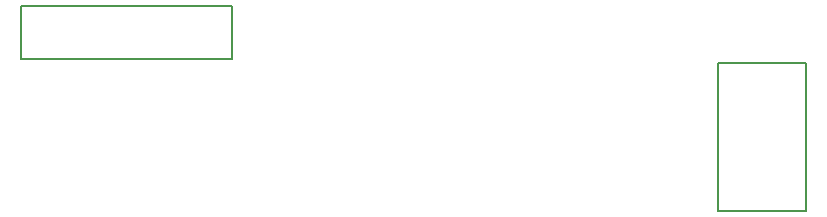
<source format=gbr>
%TF.GenerationSoftware,Altium Limited,Altium Designer,20.0.11 (256)*%
G04 Layer_Color=32896*
%FSLAX26Y26*%
%MOIN*%
%TF.FileFunction,Other,Mechanical_12*%
%TF.Part,Single*%
G01*
G75*
%TA.AperFunction,NonConductor*%
%ADD161C,0.005906*%
D161*
X2482362Y876063D02*
X2777638D01*
Y383937D02*
Y876063D01*
X2482362Y383937D02*
X2777638D01*
X2482362D02*
Y876063D01*
X863465Y889764D02*
Y1066929D01*
X158740Y889764D02*
X863465D01*
X158740D02*
Y1066929D01*
X863465D01*
%TF.MD5,ea0d373d0a843f94da0eaff44f9c1fff*%
M02*

</source>
